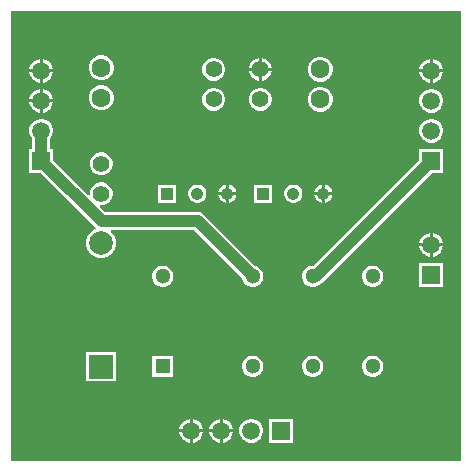
<source format=gbl>
G04*
G04 #@! TF.GenerationSoftware,Altium Limited,Altium Designer,21.6.1 (37)*
G04*
G04 Layer_Physical_Order=2*
G04 Layer_Color=16711680*
%FSLAX25Y25*%
%MOIN*%
G70*
G04*
G04 #@! TF.SameCoordinates,52FEF336-61EC-4A20-BBB9-21C97B9F3EC8*
G04*
G04*
G04 #@! TF.FilePolarity,Positive*
G04*
G01*
G75*
%ADD10C,0.01000*%
%ADD19C,0.05118*%
%ADD20R,0.05118X0.05118*%
%ADD26C,0.04000*%
%ADD27C,0.05512*%
%ADD28C,0.06299*%
%ADD29C,0.05906*%
%ADD30R,0.05906X0.05906*%
%ADD31C,0.04134*%
%ADD32R,0.04134X0.04134*%
%ADD33R,0.05906X0.05906*%
%ADD34R,0.07874X0.07874*%
%ADD35C,0.07874*%
G36*
X150000D02*
X0D01*
Y150000D01*
X150000D01*
Y0D01*
D02*
G37*
%LPC*%
G36*
X83500Y134254D02*
Y131000D01*
X86754D01*
X86500Y131950D01*
X86006Y132806D01*
X85306Y133505D01*
X84450Y134000D01*
X83500Y134254D01*
D02*
G37*
G36*
X82500D02*
X81550Y134000D01*
X80694Y133505D01*
X79994Y132806D01*
X79500Y131950D01*
X79246Y131000D01*
X82500D01*
Y134254D01*
D02*
G37*
G36*
X140520Y133953D02*
X140500D01*
Y130500D01*
X143953D01*
Y130520D01*
X143683Y131526D01*
X143163Y132427D01*
X142427Y133163D01*
X141526Y133683D01*
X140520Y133953D01*
D02*
G37*
G36*
X10520D02*
X10500D01*
Y130500D01*
X13953D01*
Y130520D01*
X13683Y131526D01*
X13163Y132427D01*
X12427Y133163D01*
X11526Y133683D01*
X10520Y133953D01*
D02*
G37*
G36*
X139500D02*
X139480D01*
X138474Y133683D01*
X137573Y133163D01*
X136837Y132427D01*
X136317Y131526D01*
X136047Y130520D01*
Y130500D01*
X139500D01*
Y133953D01*
D02*
G37*
G36*
X9500D02*
X9480D01*
X8474Y133683D01*
X7573Y133163D01*
X6837Y132427D01*
X6317Y131526D01*
X6047Y130520D01*
Y130500D01*
X9500D01*
Y133953D01*
D02*
G37*
G36*
X30546Y135150D02*
X29454D01*
X28398Y134867D01*
X27452Y134320D01*
X26680Y133548D01*
X26133Y132602D01*
X25850Y131546D01*
Y130454D01*
X26133Y129398D01*
X26680Y128452D01*
X27452Y127680D01*
X28398Y127133D01*
X29454Y126850D01*
X30546D01*
X31602Y127133D01*
X32548Y127680D01*
X33321Y128452D01*
X33867Y129398D01*
X34150Y130454D01*
Y131546D01*
X33867Y132602D01*
X33321Y133548D01*
X32548Y134320D01*
X31602Y134867D01*
X30546Y135150D01*
D02*
G37*
G36*
X86754Y130000D02*
X83500D01*
Y126746D01*
X84450Y127000D01*
X85306Y127495D01*
X86006Y128194D01*
X86500Y129050D01*
X86754Y130000D01*
D02*
G37*
G36*
X82500D02*
X79246D01*
X79500Y129050D01*
X79994Y128194D01*
X80694Y127495D01*
X81550Y127000D01*
X82500Y126746D01*
Y130000D01*
D02*
G37*
G36*
X67994Y134256D02*
X67005D01*
X66050Y134000D01*
X65194Y133505D01*
X64495Y132806D01*
X64000Y131950D01*
X63744Y130994D01*
Y130006D01*
X64000Y129050D01*
X64495Y128194D01*
X65194Y127495D01*
X66050Y127000D01*
X67005Y126744D01*
X67994D01*
X68950Y127000D01*
X69806Y127495D01*
X70505Y128194D01*
X71000Y129050D01*
X71256Y130006D01*
Y130994D01*
X71000Y131950D01*
X70505Y132806D01*
X69806Y133505D01*
X68950Y134000D01*
X67994Y134256D01*
D02*
G37*
G36*
X103546Y134650D02*
X102454D01*
X101398Y134367D01*
X100452Y133820D01*
X99679Y133048D01*
X99133Y132102D01*
X98850Y131046D01*
Y129954D01*
X99133Y128898D01*
X99679Y127952D01*
X100452Y127180D01*
X101398Y126633D01*
X102454Y126350D01*
X103546D01*
X104602Y126633D01*
X105548Y127180D01*
X106321Y127952D01*
X106867Y128898D01*
X107150Y129954D01*
Y131046D01*
X106867Y132102D01*
X106321Y133048D01*
X105548Y133820D01*
X104602Y134367D01*
X103546Y134650D01*
D02*
G37*
G36*
X143953Y129500D02*
X140500D01*
Y126047D01*
X140520D01*
X141526Y126317D01*
X142427Y126837D01*
X143163Y127573D01*
X143683Y128474D01*
X143953Y129480D01*
Y129500D01*
D02*
G37*
G36*
X139500D02*
X136047D01*
Y129480D01*
X136317Y128474D01*
X136837Y127573D01*
X137573Y126837D01*
X138474Y126317D01*
X139480Y126047D01*
X139500D01*
Y129500D01*
D02*
G37*
G36*
X13953D02*
X10500D01*
Y126047D01*
X10520D01*
X11526Y126317D01*
X12427Y126837D01*
X13163Y127573D01*
X13683Y128474D01*
X13953Y129480D01*
Y129500D01*
D02*
G37*
G36*
X9500D02*
X6047D01*
Y129480D01*
X6317Y128474D01*
X6837Y127573D01*
X7573Y126837D01*
X8474Y126317D01*
X9480Y126047D01*
X9500D01*
Y129500D01*
D02*
G37*
G36*
X10520Y123953D02*
X10500D01*
Y120500D01*
X13953D01*
Y120520D01*
X13683Y121526D01*
X13163Y122427D01*
X12427Y123163D01*
X11526Y123683D01*
X10520Y123953D01*
D02*
G37*
G36*
X9500D02*
X9480D01*
X8474Y123683D01*
X7573Y123163D01*
X6837Y122427D01*
X6317Y121526D01*
X6047Y120520D01*
Y120500D01*
X9500D01*
Y123953D01*
D02*
G37*
G36*
X30546Y125150D02*
X29454D01*
X28398Y124867D01*
X27452Y124320D01*
X26680Y123548D01*
X26133Y122602D01*
X25850Y121546D01*
Y120454D01*
X26133Y119398D01*
X26680Y118452D01*
X27452Y117680D01*
X28398Y117133D01*
X29454Y116850D01*
X30546D01*
X31602Y117133D01*
X32548Y117680D01*
X33321Y118452D01*
X33867Y119398D01*
X34150Y120454D01*
Y121546D01*
X33867Y122602D01*
X33321Y123548D01*
X32548Y124320D01*
X31602Y124867D01*
X30546Y125150D01*
D02*
G37*
G36*
X83495Y124256D02*
X82506D01*
X81550Y124000D01*
X80694Y123505D01*
X79994Y122806D01*
X79500Y121950D01*
X79244Y120994D01*
Y120006D01*
X79500Y119050D01*
X79994Y118194D01*
X80694Y117494D01*
X81550Y117000D01*
X82506Y116744D01*
X83495D01*
X84450Y117000D01*
X85306Y117494D01*
X86006Y118194D01*
X86500Y119050D01*
X86756Y120006D01*
Y120994D01*
X86500Y121950D01*
X86006Y122806D01*
X85306Y123505D01*
X84450Y124000D01*
X83495Y124256D01*
D02*
G37*
G36*
X67994D02*
X67005D01*
X66050Y124000D01*
X65194Y123505D01*
X64495Y122806D01*
X64000Y121950D01*
X63744Y120994D01*
Y120006D01*
X64000Y119050D01*
X64495Y118194D01*
X65194Y117494D01*
X66050Y117000D01*
X67005Y116744D01*
X67994D01*
X68950Y117000D01*
X69806Y117494D01*
X70505Y118194D01*
X71000Y119050D01*
X71256Y120006D01*
Y120994D01*
X71000Y121950D01*
X70505Y122806D01*
X69806Y123505D01*
X68950Y124000D01*
X67994Y124256D01*
D02*
G37*
G36*
X103546Y124650D02*
X102454D01*
X101398Y124367D01*
X100452Y123820D01*
X99679Y123048D01*
X99133Y122102D01*
X98850Y121046D01*
Y119954D01*
X99133Y118898D01*
X99679Y117952D01*
X100452Y117180D01*
X101398Y116633D01*
X102454Y116350D01*
X103546D01*
X104602Y116633D01*
X105548Y117180D01*
X106321Y117952D01*
X106867Y118898D01*
X107150Y119954D01*
Y121046D01*
X106867Y122102D01*
X106321Y123048D01*
X105548Y123820D01*
X104602Y124367D01*
X103546Y124650D01*
D02*
G37*
G36*
X140520Y123953D02*
X139480D01*
X138474Y123683D01*
X137573Y123163D01*
X136837Y122427D01*
X136317Y121526D01*
X136047Y120520D01*
Y119480D01*
X136317Y118474D01*
X136837Y117573D01*
X137573Y116837D01*
X138474Y116317D01*
X139480Y116047D01*
X140520D01*
X141526Y116317D01*
X142427Y116837D01*
X143163Y117573D01*
X143683Y118474D01*
X143953Y119480D01*
Y120520D01*
X143683Y121526D01*
X143163Y122427D01*
X142427Y123163D01*
X141526Y123683D01*
X140520Y123953D01*
D02*
G37*
G36*
X13953Y119500D02*
X10500D01*
Y116047D01*
X10520D01*
X11526Y116317D01*
X12427Y116837D01*
X13163Y117573D01*
X13683Y118474D01*
X13953Y119480D01*
Y119500D01*
D02*
G37*
G36*
X9500D02*
X6047D01*
Y119480D01*
X6317Y118474D01*
X6837Y117573D01*
X7573Y116837D01*
X8474Y116317D01*
X9480Y116047D01*
X9500D01*
Y119500D01*
D02*
G37*
G36*
X140520Y113953D02*
X139480D01*
X138474Y113683D01*
X137573Y113163D01*
X136837Y112427D01*
X136317Y111526D01*
X136047Y110520D01*
Y109480D01*
X136317Y108474D01*
X136837Y107573D01*
X137573Y106837D01*
X138474Y106317D01*
X139480Y106047D01*
X140520D01*
X141526Y106317D01*
X142427Y106837D01*
X143163Y107573D01*
X143683Y108474D01*
X143953Y109480D01*
Y110520D01*
X143683Y111526D01*
X143163Y112427D01*
X142427Y113163D01*
X141526Y113683D01*
X140520Y113953D01*
D02*
G37*
G36*
X30494Y102756D02*
X29506D01*
X28550Y102500D01*
X27694Y102006D01*
X26994Y101306D01*
X26500Y100450D01*
X26244Y99494D01*
Y98506D01*
X26500Y97550D01*
X26994Y96694D01*
X27694Y95995D01*
X28550Y95500D01*
X29506Y95244D01*
X30494D01*
X31450Y95500D01*
X32306Y95995D01*
X33005Y96694D01*
X33500Y97550D01*
X33756Y98506D01*
Y99494D01*
X33500Y100450D01*
X33005Y101306D01*
X32306Y102006D01*
X31450Y102500D01*
X30494Y102756D01*
D02*
G37*
G36*
X104500Y92041D02*
Y89500D01*
X107041D01*
X106858Y90184D01*
X106454Y90883D01*
X105883Y91454D01*
X105184Y91858D01*
X104500Y92041D01*
D02*
G37*
G36*
X72500D02*
Y89500D01*
X75041D01*
X74858Y90184D01*
X74454Y90883D01*
X73883Y91454D01*
X73184Y91858D01*
X72500Y92041D01*
D02*
G37*
G36*
X71500D02*
X70816Y91858D01*
X70117Y91454D01*
X69546Y90883D01*
X69142Y90184D01*
X68959Y89500D01*
X71500D01*
Y92041D01*
D02*
G37*
G36*
X103500D02*
X102816Y91858D01*
X102117Y91454D01*
X101546Y90883D01*
X101142Y90184D01*
X100959Y89500D01*
X103500D01*
Y92041D01*
D02*
G37*
G36*
X75041Y88500D02*
X72500D01*
Y85959D01*
X73184Y86142D01*
X73883Y86546D01*
X74454Y87117D01*
X74858Y87816D01*
X75041Y88500D01*
D02*
G37*
G36*
X107041D02*
X104500D01*
Y85959D01*
X105184Y86142D01*
X105883Y86546D01*
X106454Y87117D01*
X106858Y87816D01*
X107041Y88500D01*
D02*
G37*
G36*
X103500D02*
X100959D01*
X101142Y87816D01*
X101546Y87117D01*
X102117Y86546D01*
X102816Y86142D01*
X103500Y85959D01*
Y88500D01*
D02*
G37*
G36*
X71500D02*
X68959D01*
X69142Y87816D01*
X69546Y87117D01*
X70117Y86546D01*
X70816Y86142D01*
X71500Y85959D01*
Y88500D01*
D02*
G37*
G36*
X94404Y92067D02*
X93596D01*
X92816Y91858D01*
X92117Y91454D01*
X91546Y90883D01*
X91142Y90184D01*
X90933Y89404D01*
Y88596D01*
X91142Y87816D01*
X91546Y87117D01*
X92117Y86546D01*
X92816Y86142D01*
X93596Y85933D01*
X94404D01*
X95184Y86142D01*
X95883Y86546D01*
X96454Y87117D01*
X96858Y87816D01*
X97067Y88596D01*
Y89404D01*
X96858Y90184D01*
X96454Y90883D01*
X95883Y91454D01*
X95184Y91858D01*
X94404Y92067D01*
D02*
G37*
G36*
X87067D02*
X80933D01*
Y85933D01*
X87067D01*
Y92067D01*
D02*
G37*
G36*
X62404D02*
X61596D01*
X60816Y91858D01*
X60117Y91454D01*
X59546Y90883D01*
X59142Y90184D01*
X58933Y89404D01*
Y88596D01*
X59142Y87816D01*
X59546Y87117D01*
X60117Y86546D01*
X60816Y86142D01*
X61596Y85933D01*
X62404D01*
X63184Y86142D01*
X63883Y86546D01*
X64454Y87117D01*
X64858Y87816D01*
X65067Y88596D01*
Y89404D01*
X64858Y90184D01*
X64454Y90883D01*
X63883Y91454D01*
X63184Y91858D01*
X62404Y92067D01*
D02*
G37*
G36*
X55067D02*
X48933D01*
Y85933D01*
X55067D01*
Y92067D01*
D02*
G37*
G36*
X140520Y75953D02*
X140500D01*
Y72500D01*
X143953D01*
Y72520D01*
X143683Y73526D01*
X143163Y74427D01*
X142427Y75163D01*
X141526Y75683D01*
X140520Y75953D01*
D02*
G37*
G36*
X139500D02*
X139480D01*
X138474Y75683D01*
X137573Y75163D01*
X136837Y74427D01*
X136317Y73526D01*
X136047Y72520D01*
Y72500D01*
X139500D01*
Y75953D01*
D02*
G37*
G36*
X143953Y71500D02*
X140500D01*
Y68047D01*
X140520D01*
X141526Y68317D01*
X142427Y68837D01*
X143163Y69573D01*
X143683Y70474D01*
X143953Y71480D01*
Y71500D01*
D02*
G37*
G36*
X139500D02*
X136047D01*
Y71480D01*
X136317Y70474D01*
X136837Y69573D01*
X137573Y68837D01*
X138474Y68317D01*
X139480Y68047D01*
X139500D01*
Y71500D01*
D02*
G37*
G36*
X143953Y65953D02*
X136047D01*
Y58047D01*
X143953D01*
Y65953D01*
D02*
G37*
G36*
X120969Y65059D02*
X120031D01*
X119126Y64816D01*
X118315Y64348D01*
X117652Y63685D01*
X117183Y62874D01*
X116941Y61969D01*
Y61031D01*
X117183Y60126D01*
X117652Y59315D01*
X118315Y58652D01*
X119126Y58183D01*
X120031Y57941D01*
X120969D01*
X121874Y58183D01*
X122685Y58652D01*
X123348Y59315D01*
X123817Y60126D01*
X124059Y61031D01*
Y61969D01*
X123817Y62874D01*
X123348Y63685D01*
X122685Y64348D01*
X121874Y64816D01*
X120969Y65059D01*
D02*
G37*
G36*
X143953Y103953D02*
X136047D01*
Y100327D01*
X100780Y65059D01*
X100031D01*
X99126Y64816D01*
X98315Y64348D01*
X97652Y63685D01*
X97184Y62874D01*
X96941Y61969D01*
Y61031D01*
X97184Y60126D01*
X97652Y59315D01*
X98315Y58652D01*
X99126Y58183D01*
X100031Y57941D01*
X100969D01*
X101874Y58183D01*
X102685Y58652D01*
X102842Y58809D01*
X103013Y58880D01*
X103640Y59360D01*
X140326Y96047D01*
X143953D01*
Y103953D01*
D02*
G37*
G36*
X10520Y113953D02*
X9480D01*
X8474Y113683D01*
X7573Y113163D01*
X6837Y112427D01*
X6317Y111526D01*
X6047Y110520D01*
Y109480D01*
X6317Y108474D01*
X6837Y107573D01*
X6974Y107436D01*
Y103953D01*
X6047D01*
Y96047D01*
X9674D01*
X27943Y77778D01*
X27943Y77778D01*
X28100Y77658D01*
X27976Y77122D01*
X26969Y76541D01*
X26049Y75622D01*
X25399Y74496D01*
X25063Y73241D01*
Y71941D01*
X25399Y70685D01*
X26049Y69559D01*
X26969Y68640D01*
X28094Y67990D01*
X29350Y67654D01*
X30650D01*
X31906Y67990D01*
X33031Y68640D01*
X33951Y69559D01*
X34601Y70685D01*
X34937Y71941D01*
Y73241D01*
X34601Y74496D01*
X33951Y75622D01*
X33181Y76392D01*
X33388Y76892D01*
X60829D01*
X77033Y60688D01*
X77184Y60126D01*
X77652Y59315D01*
X78315Y58652D01*
X79126Y58183D01*
X80031Y57941D01*
X80969D01*
X81874Y58183D01*
X82685Y58652D01*
X83348Y59315D01*
X83816Y60126D01*
X84059Y61031D01*
Y61969D01*
X83816Y62874D01*
X83348Y63685D01*
X82685Y64348D01*
X81874Y64816D01*
X81312Y64967D01*
X64222Y82057D01*
X63595Y82538D01*
X62866Y82840D01*
X62082Y82943D01*
X31336D01*
X29535Y84744D01*
X29742Y85244D01*
X30494D01*
X31450Y85500D01*
X32306Y85994D01*
X33005Y86694D01*
X33500Y87550D01*
X33756Y88506D01*
Y89495D01*
X33500Y90450D01*
X33005Y91306D01*
X32306Y92005D01*
X31450Y92500D01*
X30494Y92756D01*
X29506D01*
X28550Y92500D01*
X27694Y92005D01*
X26994Y91306D01*
X26500Y90450D01*
X26244Y89495D01*
Y88742D01*
X25744Y88535D01*
X13953Y100327D01*
Y103953D01*
X13026D01*
Y107436D01*
X13163Y107573D01*
X13683Y108474D01*
X13953Y109480D01*
Y110520D01*
X13683Y111526D01*
X13163Y112427D01*
X12427Y113163D01*
X11526Y113683D01*
X10520Y113953D01*
D02*
G37*
G36*
X50969Y65059D02*
X50031D01*
X49126Y64816D01*
X48315Y64348D01*
X47652Y63685D01*
X47183Y62874D01*
X46941Y61969D01*
Y61031D01*
X47183Y60126D01*
X47652Y59315D01*
X48315Y58652D01*
X49126Y58183D01*
X50031Y57941D01*
X50969D01*
X51874Y58183D01*
X52685Y58652D01*
X53348Y59315D01*
X53816Y60126D01*
X54059Y61031D01*
Y61969D01*
X53816Y62874D01*
X53348Y63685D01*
X52685Y64348D01*
X51874Y64816D01*
X50969Y65059D01*
D02*
G37*
G36*
X120969Y35059D02*
X120031D01*
X119126Y34817D01*
X118315Y34348D01*
X117652Y33685D01*
X117183Y32874D01*
X116941Y31969D01*
Y31031D01*
X117183Y30126D01*
X117652Y29315D01*
X118315Y28652D01*
X119126Y28183D01*
X120031Y27941D01*
X120969D01*
X121874Y28183D01*
X122685Y28652D01*
X123348Y29315D01*
X123817Y30126D01*
X124059Y31031D01*
Y31969D01*
X123817Y32874D01*
X123348Y33685D01*
X122685Y34348D01*
X121874Y34817D01*
X120969Y35059D01*
D02*
G37*
G36*
X100969D02*
X100031D01*
X99126Y34817D01*
X98315Y34348D01*
X97652Y33685D01*
X97184Y32874D01*
X96941Y31969D01*
Y31031D01*
X97184Y30126D01*
X97652Y29315D01*
X98315Y28652D01*
X99126Y28183D01*
X100031Y27941D01*
X100969D01*
X101874Y28183D01*
X102685Y28652D01*
X103348Y29315D01*
X103816Y30126D01*
X104059Y31031D01*
Y31969D01*
X103816Y32874D01*
X103348Y33685D01*
X102685Y34348D01*
X101874Y34817D01*
X100969Y35059D01*
D02*
G37*
G36*
X80969D02*
X80031D01*
X79126Y34817D01*
X78315Y34348D01*
X77652Y33685D01*
X77184Y32874D01*
X76941Y31969D01*
Y31031D01*
X77184Y30126D01*
X77652Y29315D01*
X78315Y28652D01*
X79126Y28183D01*
X80031Y27941D01*
X80969D01*
X81874Y28183D01*
X82685Y28652D01*
X83348Y29315D01*
X83816Y30126D01*
X84059Y31031D01*
Y31969D01*
X83816Y32874D01*
X83348Y33685D01*
X82685Y34348D01*
X81874Y34817D01*
X80969Y35059D01*
D02*
G37*
G36*
X54059D02*
X46941D01*
Y27941D01*
X54059D01*
Y35059D01*
D02*
G37*
G36*
X34937Y36347D02*
X25063D01*
Y26472D01*
X34937D01*
Y36347D01*
D02*
G37*
G36*
X70520Y13953D02*
X70500D01*
Y10500D01*
X73953D01*
Y10520D01*
X73683Y11526D01*
X73163Y12427D01*
X72427Y13163D01*
X71526Y13683D01*
X70520Y13953D01*
D02*
G37*
G36*
X60520D02*
X60500D01*
Y10500D01*
X63953D01*
Y10520D01*
X63683Y11526D01*
X63163Y12427D01*
X62427Y13163D01*
X61526Y13683D01*
X60520Y13953D01*
D02*
G37*
G36*
X69500D02*
X69480D01*
X68474Y13683D01*
X67573Y13163D01*
X66837Y12427D01*
X66317Y11526D01*
X66047Y10520D01*
Y10500D01*
X69500D01*
Y13953D01*
D02*
G37*
G36*
X59500D02*
X59480D01*
X58474Y13683D01*
X57573Y13163D01*
X56837Y12427D01*
X56317Y11526D01*
X56047Y10520D01*
Y10500D01*
X59500D01*
Y13953D01*
D02*
G37*
G36*
X93953D02*
X86047D01*
Y6047D01*
X93953D01*
Y13953D01*
D02*
G37*
G36*
X80520D02*
X79480D01*
X78474Y13683D01*
X77573Y13163D01*
X76837Y12427D01*
X76317Y11526D01*
X76047Y10520D01*
Y9480D01*
X76317Y8474D01*
X76837Y7573D01*
X77573Y6837D01*
X78474Y6317D01*
X79480Y6047D01*
X80520D01*
X81526Y6317D01*
X82427Y6837D01*
X83163Y7573D01*
X83683Y8474D01*
X83953Y9480D01*
Y10520D01*
X83683Y11526D01*
X83163Y12427D01*
X82427Y13163D01*
X81526Y13683D01*
X80520Y13953D01*
D02*
G37*
G36*
X73953Y9500D02*
X70500D01*
Y6047D01*
X70520D01*
X71526Y6317D01*
X72427Y6837D01*
X73163Y7573D01*
X73683Y8474D01*
X73953Y9480D01*
Y9500D01*
D02*
G37*
G36*
X69500D02*
X66047D01*
Y9480D01*
X66317Y8474D01*
X66837Y7573D01*
X67573Y6837D01*
X68474Y6317D01*
X69480Y6047D01*
X69500D01*
Y9500D01*
D02*
G37*
G36*
X63953D02*
X60500D01*
Y6047D01*
X60520D01*
X61526Y6317D01*
X62427Y6837D01*
X63163Y7573D01*
X63683Y8474D01*
X63953Y9480D01*
Y9500D01*
D02*
G37*
G36*
X59500D02*
X56047D01*
Y9480D01*
X56317Y8474D01*
X56837Y7573D01*
X57573Y6837D01*
X58474Y6317D01*
X59480Y6047D01*
X59500D01*
Y9500D01*
D02*
G37*
%LPD*%
D10*
X100500Y61500D02*
X101500D01*
D19*
X120500D02*
D03*
Y31500D02*
D03*
X100500Y61500D02*
D03*
Y31500D02*
D03*
X80500Y61500D02*
D03*
Y31500D02*
D03*
X50500Y61500D02*
D03*
D20*
Y31500D02*
D03*
D26*
X10000Y100000D02*
Y110000D01*
X30082Y79918D02*
X62082D01*
X10000Y100000D02*
X30082Y79918D01*
X62082D02*
X80500Y61500D01*
X101500D02*
X140000Y100000D01*
D27*
X83000Y120500D02*
D03*
Y130500D02*
D03*
X67500Y120500D02*
D03*
Y130500D02*
D03*
X30000Y99000D02*
D03*
Y89000D02*
D03*
D28*
X103000Y130500D02*
D03*
Y120500D02*
D03*
X30000Y131000D02*
D03*
Y121000D02*
D03*
D29*
X10000Y130000D02*
D03*
Y120000D02*
D03*
Y110000D02*
D03*
X140000Y130000D02*
D03*
Y120000D02*
D03*
Y110000D02*
D03*
Y72000D02*
D03*
X80000Y10000D02*
D03*
X70000D02*
D03*
X60000D02*
D03*
D30*
X10000Y100000D02*
D03*
X140000D02*
D03*
Y62000D02*
D03*
D31*
X104000Y89000D02*
D03*
X94000D02*
D03*
X72000D02*
D03*
X62000D02*
D03*
D32*
X84000D02*
D03*
X52000D02*
D03*
D33*
X90000Y10000D02*
D03*
D34*
X30000Y31409D02*
D03*
D35*
Y72591D02*
D03*
M02*

</source>
